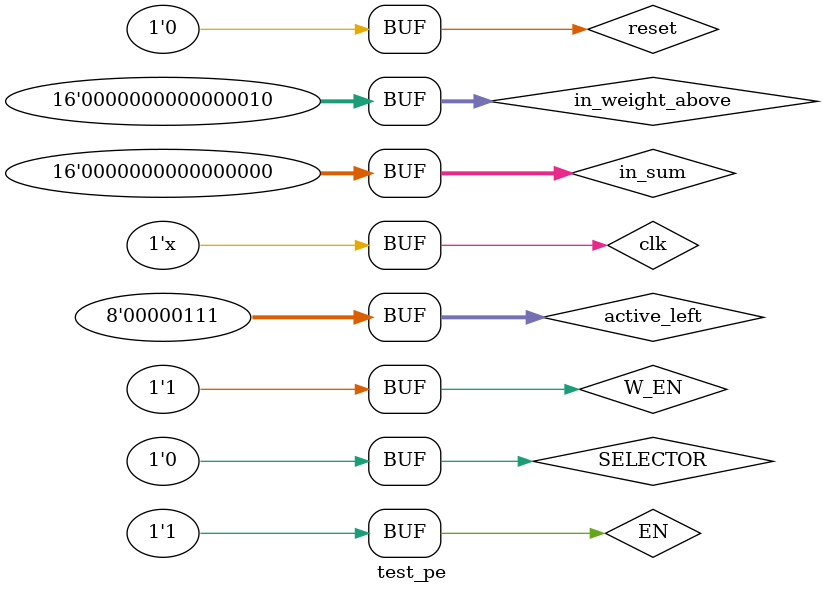
<source format=v>
`timescale 1ns/10ps

module test_pe();

    reg reset;
    reg clk;

    reg EN;                          // enable signal for the accelerator; high for active
    reg SELECTOR;                    // weight select read or use
    reg W_EN;                         // enable weight to flow
    reg [7:0]active_left;
    reg [15:0]in_sum;
    reg [15:0]in_weight_above;
    wire [15:0]out_sum;
    wire [7:0]active_right;
    wire [7:0]out_weight_below;
    
    

    reg signed[7:0] weight_1; 
    reg signed[7:0] weight_2;

    PE PE(
        .CLK          (clk),
        .RESET        (rest),
        .EN            (EN),
        .SELECTOR      (SELECTOR),
        .W_EN          (W_EN),
        .active_left   (active_left),
        .active_right  (active_right),
        .in_sum        (in_sum),
        .out_sum       (out_sum),
        .in_weight_above (in_weight_above),
        .out_weight_below  (out_weight_below)
        );

    initial begin
    
        $dumpfile("test.vcd");
        $dumpvars(0,test_pe);
        reset = 1;
        clk = 1;
        EN = 1;
        SELECTOR = 1;
        W_EN = 1;
        in_sum = 0;
        #100 reset = 0;
        #50 
        in_weight_above = 1;
        active_left = 6;
        #100 
        SELECTOR = 0;
        in_weight_above = 1;
        active_left = 6;
        #100 
        SELECTOR = 0;
        in_weight_above = 2;
        active_left = 6;
        #100 
        SELECTOR = 0;
        in_weight_above = 2;
        active_left = 7;
    end

    always #50 clk = ~clk;
endmodule

</source>
